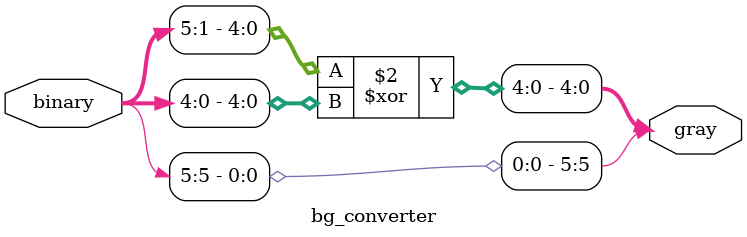
<source format=v>



`timescale 1ns/1ps
module bg_converter #(parameter WIDTH=6)(
    input [WIDTH-1:0]binary,
    output reg [WIDTH-1:0]gray
    
);

    //procedural block
    always@(*)begin
    
        gray[WIDTH-1]=binary[WIDTH-1];
        gray[WIDTH-2:0]=binary[WIDTH-1:1]^binary[WIDTH-2:0];
    end
    
    //another style-- use assign statement
endmodule

</source>
